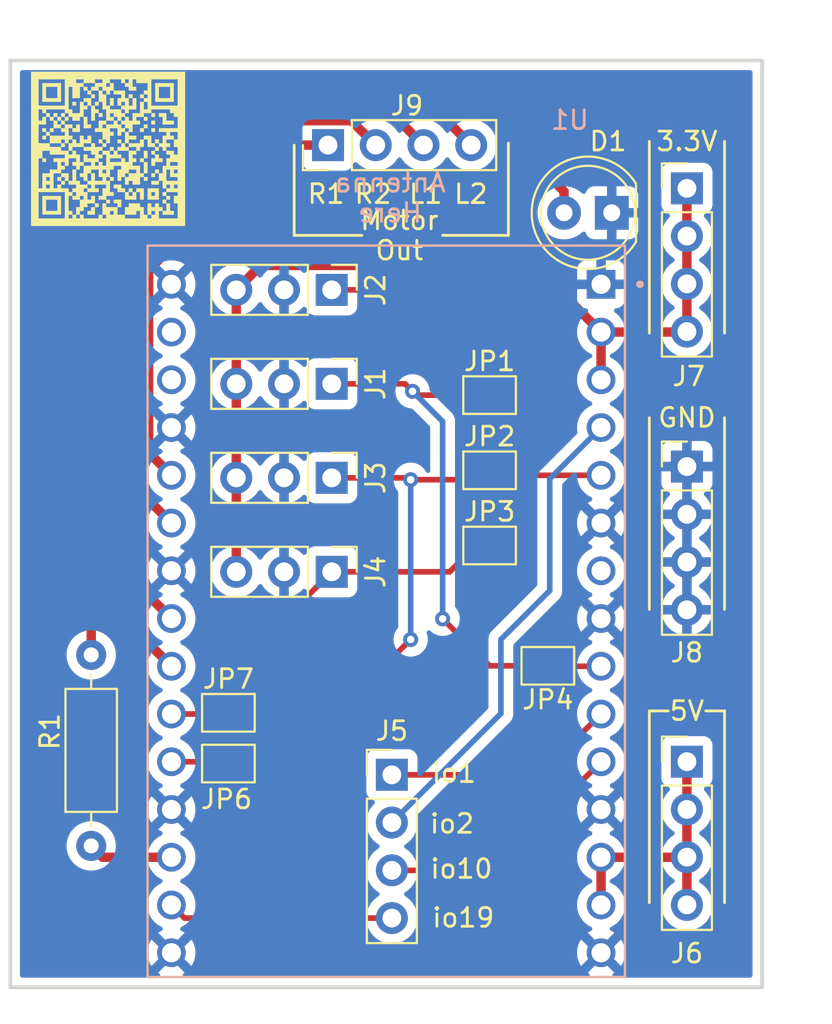
<source format=kicad_pcb>
(kicad_pcb (version 20211014) (generator pcbnew)
  (layers (0 "F.Cu" signal) (31 "B.Cu" signal) (34 "B.Paste" user) (35 "F.Paste" user) (36 "B.SilkS" user "B.Silkscreen") (37 "F.SilkS" user "F.Silkscreen") (38 "B.Mask" user) (39 "F.Mask" user) (44 "Edge.Cuts" user))
  (net 0 "")
  (net 1 "Net-(J5-Pad1)")
  (net 2 "Net-(D1-Pad2)")
  (net 3 "Net-(J1-Pad1)")
  (net 4 "GND")
  (net 5 "+3V3")
  (net 6 "Net-(J3-Pad1)")
  (net 7 "Net-(J4-Pad1)")
  (net 8 "Net-(J5-Pad2)")
  (net 9 "Net-(J5-Pad3)")
  (net 10 "Net-(J5-Pad4)")
  (net 11 "+5V")
  (net 12 "Net-(J9-Pad1)")
  (net 13 "Net-(J9-Pad2)")
  (net 14 "Net-(J9-Pad3)")
  (net 15 "Net-(J9-Pad4)")
  (net 16 "Net-(J2-Pad1)")
  (net 17 "Net-(JP4-Pad1)")
  (net 18 "Net-(JP6-Pad1)")
  (net 19 "Net-(JP7-Pad1)")
  (net 23 "Net-(U1-Pad18)")
  (footprint "Connector_PinHeader_2.54mm:PinHeader_1x04_P2.54mm_Vertical" (layer "F.Cu") (at 236 92.3)
    (fp_text reference "J8")
    (fp_text value "Conn_01x04_Female")
  )
  (footprint "Connector_PinHeader_2.54mm:PinHeader_1x03_P2.54mm_Vertical" (layer "F.Cu") (at 217.1 82.9 -90)
    (fp_text reference "J2")
    (fp_text value "Conn_01x03_Female")
  )
  (footprint "Connector_PinHeader_2.54mm:PinHeader_1x03_P2.54mm_Vertical" (layer "F.Cu") (at 217.1 92.9 -90)
    (fp_text reference "J3")
    (fp_text value "Conn_01x03_Female")
  )
  (footprint "Resistor_THT:R_Axial_DIN0207_L6.3mm_D2.5mm_P10.16mm_Horizontal" (layer "F.Cu") (at 204.3 102.32 -90)
    (fp_text reference "R1")
    (fp_text value "R")
  )
  (footprint "Jumper:SolderJumper-2_P1.3mm_Bridged_Pad1.0x1.5mm" (layer "F.Cu") (at 228.6 102.9 180)
    (fp_text reference "JP4")
    (fp_text value "SolderJumper_2_Open")
  )
  (footprint "Connector_PinHeader_2.54mm:PinHeader_1x03_P2.54mm_Vertical" (layer "F.Cu") (at 217.1 97.9 -90)
    (fp_text reference "J4")
    (fp_text value "Conn_01x03_Female")
  )
  (footprint "Connector_PinHeader_2.54mm:PinHeader_1x03_P2.54mm_Vertical" (layer "F.Cu") (at 217.1 87.9 -90)
    (fp_text reference "J1")
    (fp_text value "Conn_01x03_Female")
  )
  (footprint "Connector_PinHeader_2.54mm:PinHeader_1x04_P2.54mm_Vertical" (layer "F.Cu") (at 236 108)
    (fp_text reference "J6")
    (fp_text value "Conn_01x04_Female")
  )
  (footprint "Connector_PinHeader_2.54mm:PinHeader_1x04_P2.54mm_Vertical" (layer "F.Cu") (at 236 77.5)
    (fp_text reference "J7")
    (fp_text value "Conn_01x04_Female")
  )
  (footprint "Jumper:SolderJumper-2_P1.3mm_Open_TrianglePad1.0x1.5mm" (layer "F.Cu") (at 225.5 92.5)
    (fp_text reference "JP2")
    (fp_text value "SolderJumper_2_Open")
  )
  (footprint "Jumper:SolderJumper-2_P1.3mm_Bridged_Pad1.0x1.5mm" (layer "F.Cu") (at 211.6 105.4)
    (fp_text reference "JP7")
    (fp_text value "SolderJumper_2_Open")
  )
  (footprint "Connector_PinHeader_2.54mm:PinHeader_1x04_P2.54mm_Vertical" (layer "F.Cu") (at 216.9 75.2 90)
    (fp_text reference "J9")
    (fp_text value "Conn_01x04_Female")
  )
  (footprint "Jumper:SolderJumper-2_P1.3mm_Open_TrianglePad1.0x1.5mm" (layer "F.Cu") (at 225.5 96.5)
    (fp_text reference "JP3")
    (fp_text value "SolderJumper_2_Open")
  )
  (footprint "Jumper:SolderJumper-2_P1.3mm_Open_TrianglePad1.0x1.5mm" (layer "F.Cu") (at 225.5 88.5)
    (fp_text reference "JP1")
    (fp_text value "SolderJumper_2_Open")
  )
  (footprint "Jumper:SolderJumper-2_P1.3mm_Bridged_Pad1.0x1.5mm" (layer "F.Cu") (at 211.6 108.1)
    (fp_text reference "JP6")
    (fp_text value "SolderJumper_2_Open")
  )
  (footprint "LED_THT:LED_D5.0mm_IRGrey" (layer "F.Cu") (at 232 78.8 180)
    (fp_text reference "D1")
    (fp_text value "SFH4546")
  )
  (footprint "Connector_PinHeader_2.54mm:PinHeader_1x04_P2.54mm_Vertical" (layer "F.Cu") (at 220.3 108.7)
    (fp_text reference "J5")
    (fp_text value "Conn_01x04_Female")
  )
  (footprint "esp32:XCVR_ESP32-C3-DEVKITM-1" (layer "B.Cu") (at 220 100 180)
    (fp_text reference "U1")
    (fp_text value "ESP32-C3-DEVKITM-1")
  )
  (gr_poly (pts (xy 207.099975 78.100175) (xy 206.89995 78.100175) (xy 206.89995 77.700125) (xy 206.699925 77.700125) (xy 206.699925 77.5001) (xy 207.099975 77.5001)) (layer "F.SilkS") (width 0.0054) (fill solid))
  (gr_line (start 202.689424 71.909401) (end 202.689424 72.889524) (layer "F.SilkS") (width 0.014001))
  (gr_line (start 208.690173 72.889524) (end 208.690173 72.889524) (layer "F.SilkS") (width 0.014001))
  (gr_poly (pts (xy 201.899325 76.099925) (xy 201.6993 76.099925) (xy 201.6993 75.8999) (xy 201.899325 75.8999)) (layer "F.SilkS") (width 0.0054) (fill solid))
  (gr_line (start 238 89.7) (end 238 99.9) (layer "F.SilkS") (width 0.15))
  (gr_line (start 215.1 80) (end 215.1 75.2) (layer "F.SilkS") (width 0.15))
  (gr_poly (pts (xy 204.49965 78.900275) (xy 204.0996 78.900275) (xy 204.0996 78.700249) (xy 204.299625 78.700249) (xy 204.299625 78.500225) (xy 204.49965 78.500225)) (layer "F.SilkS") (width 0.0054) (fill solid))
  (gr_poly (pts (xy 205.899825 78.500225) (xy 205.6998 78.500225) (xy 205.6998 78.3002) (xy 205.499775 78.3002) (xy 205.499775 78.100175) (xy 205.899825 78.100175)) (layer "F.SilkS") (width 0.0054) (fill solid))
  (gr_line (start 207.710051 72.889524) (end 207.710051 71.909401) (layer "F.SilkS") (width 0.014001))
  (gr_line (start 201.709301 77.910151) (end 202.689424 77.910151) (layer "F.SilkS") (width 0.014001))
  (gr_poly (pts (xy 208.300125 73.89965) (xy 208.700175 73.89965) (xy 208.700175 74.099675) (xy 208.1001 74.099675) (xy 208.1001 73.699625) (xy 207.900075 73.699625) (xy 207.900075 73.4996) (xy 208.300125 73.4996)) (layer "F.SilkS") (width 0.0054) (fill solid))
  (gr_line (start 223 80) (end 226.5 80) (layer "F.SilkS") (width 0.15))
  (gr_line (start 207.710051 71.909401) (end 208.690173 71.909401) (layer "F.SilkS") (width 0.014001))
  (gr_poly (pts (xy 205.899825 75.0998) (xy 205.6998 75.0998) (xy 205.6998 74.899775) (xy 205.899825 74.899775)) (layer "F.SilkS") (width 0.0054) (fill solid))
  (gr_line (start 226.5 80) (end 226.5 75.1) (layer "F.SilkS") (width 0.15))
  (gr_poly (pts (xy 207.900075 77.300075) (xy 207.500025 77.300075) (xy 207.500025 77.10005) (xy 207.900075 77.10005)) (layer "F.SilkS") (width 0.0054) (fill solid))
  (gr_line (start 208.690173 71.909401) (end 208.690173 72.889524) (layer "F.SilkS") (width 0.014001))
  (gr_line (start 202.689424 71.909401) (end 202.689424 71.909401) (layer "F.SilkS") (width 0.014001))
  (gr_poly (pts (xy 205.899825 77.5001) (xy 206.09985 77.5001) (xy 206.09985 77.700125) (xy 205.6998 77.700125) (xy 205.6998 77.5001) (xy 205.499775 77.5001) (xy 205.499775 77.300075) (xy 205.899825 77.300075)) (layer "F.SilkS") (width 0.0054) (fill solid))
  (gr_line (start 202.689424 77.910151) (end 202.689424 78.890273) (layer "F.SilkS") (width 0.014001))
  (gr_line (start 202.689424 72.889524) (end 201.709301 72.889524) (layer "F.SilkS") (width 0.014001))
  (gr_poly (pts (xy 207.900075 76.7) (xy 207.70005 76.7) (xy 207.70005 76.499975) (xy 207.900075 76.499975)) (layer "F.SilkS") (width 0.0054) (fill solid))
  (gr_poly (pts (xy 203.499525 73.09955) (xy 203.2995 73.09955) (xy 203.2995 72.899525) (xy 203.499525 72.899525)) (layer "F.SilkS") (width 0.0054) (fill solid))
  (gr_line (start 202.689424 78.890273) (end 202.689424 78.890273) (layer "F.SilkS") (width 0.014001))
  (gr_poly (pts (xy 207.3 76.7) (xy 207.099975 76.7) (xy 207.099975 76.099925) (xy 207.3 76.099925)) (layer "F.SilkS") (width 0.0054) (fill solid))
  (gr_line (start 234 75) (end 234 85.2) (layer "F.SilkS") (width 0.15))
  (gr_poly (pts (xy 207.70005 74.499725) (xy 207.500025 74.499725) (xy 207.500025 74.2997) (xy 207.70005 74.2997)) (layer "F.SilkS") (width 0.0054) (fill solid))
  (gr_poly (pts (xy 204.0996 74.099675) (xy 204.299625 74.099675) (xy 204.299625 74.2997) (xy 203.899575 74.2997) (xy 203.899575 73.699625) (xy 204.0996 73.699625)) (layer "F.SilkS") (width 0.0054) (fill solid))
  (gr_poly (pts (xy 206.699925 77.700125) (xy 206.699925 78.100175) (xy 206.09985 78.100175) (xy 206.09985 77.90015) (xy 206.299875 77.90015) (xy 206.4999 77.90015) (xy 206.4999 77.700125) (xy 206.299875 77.700125) (xy 206.299875 77.90015) (xy 206.09985 77.90015) (xy 206.09985 77.700125) (xy 206.299875 77.700125) (xy 206.299875 77.5001) (xy 206.4999 77.5001) (xy 206.4999 77.700125)) (layer "F.SilkS") (width 0.0054) (fill solid))
  (gr_line (start 201.709301 78.890273) (end 201.709301 78.890273) (layer "F.SilkS") (width 0.014001))
  (gr_poly (pts (xy 202.689424 78.890273) (xy 201.709301 78.890273) (xy 201.709301 78.700249) (xy 201.899325 78.700249) (xy 202.4994 78.700249) (xy 202.4994 78.100175) (xy 201.899325 78.100175) (xy 201.899325 78.700249) (xy 201.709301 78.700249) (xy 201.709301 77.910151) (xy 202.689424 77.910151)) (layer "F.SilkS") (width 0.0054) (fill solid))
  (gr_poly (pts (xy 207.70005 73.699625) (xy 207.500025 73.699625) (xy 207.500025 73.4996) (xy 207.70005 73.4996)) (layer "F.SilkS") (width 0.0054) (fill solid))
  (gr_poly (pts (xy 207.099975 76.099925) (xy 206.89995 76.099925) (xy 206.89995 75.8999) (xy 207.099975 75.8999)) (layer "F.SilkS") (width 0.0054) (fill solid))
  (gr_line (start 235 105.3) (end 234 105.3) (layer "F.SilkS") (width 0.15))
  (gr_poly (pts (xy 203.69955 74.499725) (xy 203.2995 74.499725) (xy 203.2995 74.2997) (xy 203.499525 74.2997) (xy 203.499525 74.099675) (xy 203.69955 74.099675)) (layer "F.SilkS") (width 0.0054) (fill solid))
  (gr_poly (pts (xy 204.699675 78.500225) (xy 204.49965 78.500225) (xy 204.49965 78.3002) (xy 204.699675 78.3002)) (layer "F.SilkS") (width 0.0054) (fill solid))
  (gr_poly (pts (xy 209.300249 79.500349) (xy 201.099225 79.500349) (xy 201.099225 79.1003) (xy 201.499275 79.1003) (xy 202.89945 79.1003) (xy 203.099475 79.1003) (xy 203.2995 79.1003) (xy 203.499525 79.1003) (xy 203.69955 79.1003) (xy 203.69955 78.900275) (xy 203.899575 78.900275) (xy 203.899575 79.1003) (xy 204.699675 79.1003) (xy 204.8997 79.1003) (xy 205.099725 79.1003) (xy 206.09985 79.1003) (xy 206.89995 79.1003) (xy 207.3 79.1003) (xy 207.500025 79.1003) (xy 207.900075 79.1003) (xy 208.9002 79.1003) (xy 208.9002 78.3002) (xy 208.700175 78.3002) (xy 208.700175 77.90015) (xy 208.9002 77.90015) (xy 208.9002 77.700125) (xy 208.300125 77.700125) (xy 208.300125 77.90015) (xy 208.500149 77.90015) (xy 208.500149 78.100175) (xy 208.300125 78.100175) (xy 208.300125 78.3002) (xy 208.500149 78.3002) (xy 208.500149 78.700249) (xy 208.700175 78.700249) (xy 208.700175 78.900275) (xy 208.1001 78.900275) (xy 208.1001 78.700249) (xy 207.900075 78.700249) (xy 207.900075 79.1003) (xy 207.500025 79.1003) (xy 207.500025 78.900275) (xy 207.70005 78.900275) (xy 207.70005 78.700249) (xy 207.500025 78.700249) (xy 207.500025 78.900275) (xy 207.3 78.900275) (xy 207.3 79.1003) (xy 206.89995 79.1003) (xy 206.89995 78.700249) (xy 206.699925 78.700249) (xy 206.699925 78.900275) (xy 206.09985 78.900275) (xy 206.09985 79.1003) (xy 205.099725 79.1003) (xy 205.099725 78.900275) (xy 205.29975 78.900275) (xy 205.499775 78.900275) (xy 205.499775 78.700249) (xy 205.29975 78.700249) (xy 205.29975 78.900275) (xy 205.099725 78.900275) (xy 204.8997 78.900275) (xy 204.8997 79.1003) (xy 204.699675 79.1003) (xy 204.699675 78.900275) (xy 204.8997 78.900275) (xy 204.8997 78.500225) (xy 205.099725 78.500225) (xy 205.6998 78.500225) (xy 205.6998 78.900275) (xy 206.09985 78.900275) (xy 206.09985 78.500225) (xy 206.299875 78.500225) (xy 206.299875 78.3002) (xy 206.89995 78.3002) (xy 206.89995 78.500225) (xy 207.099975 78.500225) (xy 207.099975 78.900275) (xy 207.3 78.900275) (xy 207.3 78.3002) (xy 207.500025 78.3002) (xy 207.500025 78.500225) (xy 207.70005 78.500225) (xy 207.70005 78.3002) (xy 207.900075 78.3002) (xy 207.900075 78.500225) (xy 208.1001 78.500225) (xy 208.1001 78.700249) (xy 208.300125 78.700249) (xy 208.300125 78.3002) (xy 208.1001 78.3002) (xy 208.1001 78.100175) (xy 208.300125 78.100175) (xy 208.300125 77.90015) (xy 208.1001 77.90015) (xy 208.1001 77.700125) (xy 208.300125 77.700125) (xy 208.300125 77.5001) (xy 208.500149 77.5001) (xy 208.700175 77.5001) (xy 208.9002 77.5001) (xy 208.9002 77.300075) (xy 208.700175 77.300075) (xy 208.700175 77.5001) (xy 208.500149 77.5001) (xy 208.500149 77.300075) (xy 208.300125 77.300075) (xy 208.300125 77.5001) (xy 208.1001 77.5001) (xy 208.1001 77.10005) (xy 208.300125 77.10005) (xy 208.9002 77.10005) (xy 208.9002 76.900025) (xy 208.500149 76.900025) (xy 208.500149 76.7) (xy 208.700175 76.7) (xy 208.9002 76.7) (xy 208.9002 76.499975) (xy 208.700175 76.499975) (xy 208.700175 76.7) (xy 208.500149 76.7) (xy 208.500149 76.499975) (xy 208.300125 76.499975) (xy 208.300125 77.10005) (xy 208.1001 77.10005) (xy 207.900075 77.10005) (xy 207.900075 76.7) (xy 208.1001 76.7) (xy 208.1001 76.29995) (xy 208.300125 76.29995) (xy 208.500149 76.29995) (xy 208.9002 76.29995) (xy 208.9002 76.099925) (xy 208.500149 76.099925) (xy 208.500149 76.29995) (xy 208.300125 76.29995) (xy 208.300125 75.8999) (xy 208.500149 75.8999) (xy 208.500149 75.699875) (xy 208.300125 75.699875) (xy 208.300125 75.49985) (xy 208.700175 75.49985) (xy 208.700175 75.699875) (xy 208.9002 75.699875) (xy 208.9002 75.299825) (xy 208.700175 75.299825) (xy 208.700175 74.899775) (xy 208.300125 74.899775) (xy 208.300125 75.0998) (xy 208.500149 75.0998) (xy 208.500149 75.299825) (xy 208.300125 75.299825) (xy 208.300125 75.49985) (xy 208.1001 75.49985) (xy 208.1001 75.299825) (xy 207.900075 75.299825) (xy 207.900075 75.49985) (xy 207.70005 75.49985) (xy 207.70005 75.299825) (xy 207.900075 75.299825) (xy 207.900075 75.0998) (xy 207.70005 75.0998) (xy 207.70005 75.299825) (xy 207.3 75.299825) (xy 207.3 74.899775) (xy 207.099975 74.899775) (xy 207.099975 75.299825) (xy 206.89995 75.299825) (xy 206.89995 75.49985) (xy 206.699925 75.49985) (xy 206.699925 75.699875) (xy 206.4999 75.699875) (xy 206.4999 75.8999) (xy 206.699925 75.8999) (xy 206.699925 76.099925) (xy 206.4999 76.099925) (xy 206.4999 76.29995) (xy 206.89995 76.29995) (xy 206.89995 76.7) (xy 207.099975 76.7) (xy 207.099975 76.900025) (xy 206.89995 76.900025) (xy 206.89995 77.300075) (xy 206.4999 77.300075) (xy 206.4999 77.10005) (xy 206.299875 77.10005) (xy 206.299875 77.300075) (xy 206.09985 77.300075) (xy 206.09985 76.900025) (xy 206.299875 76.900025) (xy 206.299875 76.7) (xy 206.699925 76.7) (xy 206.699925 76.499975) (xy 206.299875 76.499975) (xy 206.299875 76.7) (xy 206.09985 76.7) (xy 206.09985 76.900025) (xy 205.899825 76.900025) (xy 205.899825 77.10005) (xy 205.6998 77.10005) (xy 205.6998 76.499975) (xy 205.899825 76.499975) (xy 205.899825 76.29995) (xy 205.499775 76.29995) (xy 205.499775 76.499975) (xy 205.29975 76.499975) (xy 205.29975 76.900025) (xy 205.499775 76.900025) (xy 205.499775 77.10005) (xy 205.29975 77.10005) (xy 205.29975 77.700125) (xy 205.499775 77.700125) (xy 205.499775 77.90015) (xy 205.099725 77.90015) (xy 205.099725 78.100175) (xy 205.29975 78.100175) (xy 205.29975 78.3002) (xy 205.099725 78.3002) (xy 205.099725 78.500225) (xy 204.8997 78.500225) (xy 204.8997 78.3002) (xy 205.099725 78.3002) (xy 205.099725 78.100175) (xy 204.699675 78.100175) (xy 204.699675 77.90015) (xy 204.8997 77.90015) (xy 204.8997 77.5001) (xy 205.099725 77.5001) (xy 205.099725 77.300075) (xy 204.49965 77.300075) (xy 204.49965 77.5001) (xy 204.699675 77.5001) (xy 204.699675 77.700125) (xy 204.0996 77.700125) (xy 204.0996 78.100175) (xy 204.299625 78.100175) (xy 204.299625 77.90015) (xy 204.49965 77.90015) (xy 204.49965 78.3002) (xy 204.0996 78.3002) (xy 204.0996 78.500225) (xy 203.899575 78.500225) (xy 203.899575 78.700249) (xy 203.69955 78.700249) (xy 203.69955 78.900275) (xy 203.499525 78.900275) (xy 203.499525 79.1003) (xy 203.2995 79.1003) (xy 203.2995 78.900275) (xy 203.099475 78.900275) (xy 203.099475 79.1003) (xy 202.89945 79.1003) (xy 202.89945 78.700249) (xy 203.099475 78.700249) (xy 203.2995 78.700249) (xy 203.2995 78.900275) (xy 203.499525 78.900275) (xy 203.499525 78.500225) (xy 203.69955 78.500225) (xy 203.69955 78.100175) (xy 203.899575 78.100175) (xy 203.899575 77.90015) (xy 203.69955 77.90015) (xy 203.69955 78.100175) (xy 203.2995 78.100175) (xy 203.2995 77.90015) (xy 203.499525 77.90015) (xy 203.499525 77.700125) (xy 203.899575 77.700125) (xy 204.0996 77.700125) (xy 204.0996 77.5001) (xy 204.299625 77.5001) (xy 204.299625 77.300075) (xy 204.0996 77.300075) (xy 204.0996 77.5001) (xy 203.899575 77.5001) (xy 203.899575 77.700125) (xy 203.499525 77.700125) (xy 203.2995 77.700125) (xy 203.2995 77.90015) (xy 203.099475 77.90015) (xy 203.099475 78.700249) (xy 202.89945 78.700249) (xy 202.89945 77.700125) (xy 201.499275 77.700125) (xy 201.499275 79.1003) (xy 201.099225 79.1003) (xy 201.099225 77.5001) (xy 201.499275 77.5001) (xy 201.6993 77.5001) (xy 201.899325 77.5001) (xy 202.09935 77.5001) (xy 202.299375 77.5001) (xy 202.4994 77.5001) (xy 202.699425 77.5001) (xy 203.099475 77.5001) (xy 203.099475 77.700125) (xy 203.2995 77.700125) (xy 203.2995 77.5001) (xy 203.499525 77.5001) (xy 203.499525 77.300075) (xy 203.099475 77.300075) (xy 203.099475 77.10005) (xy 202.89945 77.10005) (xy 202.89945 77.300075) (xy 202.699425 77.300075) (xy 202.699425 77.5001) (xy 202.4994 77.5001) (xy 202.4994 77.300075) (xy 202.699425 77.300075) (xy 202.699425 77.10005) (xy 202.89945 77.10005) (xy 202.89945 76.900025) (xy 202.699425 76.900025) (xy 202.699425 77.10005) (xy 202.4994 77.10005) (xy 202.4994 76.900025) (xy 202.699425 76.900025) (xy 202.699425 76.7) (xy 203.099475 76.7) (xy 203.099475 77.10005) (xy 203.2995 77.10005) (xy 203.499525 77.10005) (xy 203.69955 77.10005) (xy 203.69955 77.300075) (xy 204.0996 77.300075) (xy 204.0996 77.10005) (xy 204.299625 77.10005) (xy 204.299625 76.7) (xy 204.49965 76.7) (xy 204.49965 77.10005) (xy 204.8997 77.10005) (xy 205.099725 77.10005) (xy 205.29975 77.10005) (xy 205.29975 76.900025) (xy 205.099725 76.900025) (xy 205.099725 77.10005) (xy 204.8997 77.10005) (xy 204.8997 76.900025) (xy 204.699675 76.900025) (xy 204.699675 76.7) (xy 204.8997 76.7) (xy 205.099725 76.7) (xy 205.099725 76.499975) (xy 204.8997 76.499975) (xy 204.8997 76.7) (xy 204.699675 76.7) (xy 204.699675 76.499975) (xy 204.299625 76.499975) (xy 204.299625 76.7) (xy 204.0996 76.7) (xy 204.0996 77.10005) (xy 203.899575 77.10005) (xy 203.899575 76.900025) (xy 203.69955 76.900025) (xy 203.69955 76.7) (xy 203.899575 76.7) (xy 203.899575 76.29995) (xy 204.299625 76.29995) (xy 204.49965 76.29995) (xy 204.699675 76.29995) (xy 204.699675 76.099925) (xy 204.8997 76.099925) (xy 204.8997 76.29995) (xy 205.099725 76.29995) (xy 205.099725 76.099925) (xy 205.29975 76.099925) (xy 205.899825 76.099925) (xy 205.899825 75.8999) (xy 205.29975 75.8999) (xy 205.29975 76.099925) (xy 205.099725 76.099925) (xy 205.099725 75.699875) (xy 205.29975 75.699875) (xy 205.499775 75.699875) (xy 205.6998 75.699875) (xy 205.899825 75.699875) (xy 205.899825 75.8999) (xy 206.09985 75.8999) (xy 206.09985 76.099925) (xy 206.299875 76.099925) (xy 206.299875 75.49985) (xy 206.699925 75.49985) (xy 206.699925 75.299825) (xy 206.299875 75.299825) (xy 206.299875 75.49985) (xy 205.6998 75.49985) (xy 205.6998 75.699875) (xy 205.499775 75.699875) (xy 205.499775 75.49985) (xy 205.29975 75.49985) (xy 205.29975 75.699875) (xy 205.099725 75.699875) (xy 204.8997 75.699875) (xy 204.8997 75.8999) (xy 204.699675 75.8999) (xy 204.699675 76.099925) (xy 204.49965 76.099925) (xy 204.49965 76.29995) (xy 204.299625 76.29995) (xy 204.299625 76.099925) (xy 203.899575 76.099925) (xy 203.899575 76.29995) (xy 203.69955 76.29995) (xy 203.69955 76.499975) (xy 203.499525 76.499975) (xy 203.499525 77.10005) (xy 203.2995 77.10005) (xy 203.2995 76.499975) (xy 203.499525 76.499975) (xy 203.499525 76.29995) (xy 203.2995 76.29995) (xy 203.2995 76.099925) (xy 203.499525 76.099925) (xy 203.499525 75.8999) (xy 203.099475 75.8999) (xy 203.099475 76.29995) (xy 202.89945 76.29995) (xy 202.89945 76.499975) (xy 202.699425 76.499975) (xy 202.699425 76.7) (xy 202.299375 76.7) (xy 202.299375 77.5001) (xy 202.09935 77.5001) (xy 202.09935 77.300075) (xy 201.899325 77.300075) (xy 201.899325 77.5001) (xy 201.6993 77.5001) (xy 201.6993 77.10005) (xy 201.899325 77.10005) (xy 202.09935 77.10005) (xy 202.09935 76.900025) (xy 201.899325 76.900025) (xy 201.899325 77.10005) (xy 201.6993 77.10005) (xy 201.6993 76.7) (xy 202.09935 76.7) (xy 202.09935 76.499975) (xy 202.4994 76.499975) (xy 202.4994 76.29995) (xy 202.699425 76.29995) (xy 202.89945 76.29995) (xy 202.89945 76.099925) (xy 202.699425 76.099925) (xy 202.699425 76.29995) (xy 202.4994 76.29995) (xy 202.4994 76.099925) (xy 202.299375 76.099925) (xy 202.299375 75.8999) (xy 202.89945 75.8999) (xy 202.89945 75.699875) (xy 203.099475 75.699875) (xy 203.2995 75.699875) (xy 203.2995 75.49985) (xy 203.499525 75.49985) (xy 203.499525 75.699875) (xy 203.69955 75.699875) (xy 203.69955 76.099925) (xy 203.899575 76.099925) (xy 203.899575 75.699875) (xy 204.0996 75.699875) (xy 204.0996 75.8999) (xy 204.49965 75.8999) (xy 204.49965 75.699875) (xy 204.699675 75.699875) (xy 204.8997 75.699875) (xy 204.8997 75.49985) (xy 205.29975 75.49985) (xy 205.29975 75.299825) (xy 205.499775 75.299825) (xy 205.499775 75.49985) (xy 205.6998 75.49985) (xy 205.6998 75.299825) (xy 205.899825 75.299825) (xy 206.09985 75.299825) (xy 206.299875 75.299825) (xy 206.299875 75.0998) (xy 206.89995 75.0998) (xy 206.89995 74.899775) (xy 207.099975 74.899775) (xy 207.099975 74.69975) (xy 207.500025 74.69975) (xy 207.500025 75.0998) (xy 207.70005 75.0998) (xy 207.70005 74.899775) (xy 207.900075 74.899775) (xy 207.900075 75.0998) (xy 208.1001 75.0998) (xy 208.1001 74.69975) (xy 208.300125 74.69975) (xy 208.500149 74.69975) (xy 208.700175 74.69975) (xy 208.700175 74.899775) (xy 208.9002 74.899775) (xy 208.9002 74.499725) (xy 208.500149 74.499725) (xy 208.500149 74.69975) (xy 208.300125 74.69975) (xy 208.300125 74.499725) (xy 207.900075 74.499725) (xy 207.900075 74.2997) (xy 208.9002 74.2997) (xy 208.9002 73.699625) (xy 208.700175 73.699625) (xy 208.700175 73.4996) (xy 208.500149 73.4996) (xy 208.500149 73.299575) (xy 207.500025 73.299575) (xy 207.500025 73.4996) (xy 207.099975 73.4996) (xy 207.099975 73.699625) (xy 206.699925 73.699625) (xy 206.699925 73.89965) (xy 206.89995 73.89965) (xy 206.89995 74.099675) (xy 206.4999 74.099675) (xy 206.4999 74.499725) (xy 206.299875 74.499725) (xy 206.299875 74.69975) (xy 206.699925 74.69975) (xy 206.699925 74.899775) (xy 206.299875 74.899775) (xy 206.299875 75.0998) (xy 206.09985 75.0998) (xy 206.09985 75.299825) (xy 205.899825 75.299825) (xy 205.899825 75.0998) (xy 206.09985 75.0998) (xy 206.09985 74.499725) (xy 206.299875 74.499725) (xy 206.299875 74.2997) (xy 206.09985 74.2997) (xy 206.09985 74.499725) (xy 205.899825 74.499725) (xy 205.899825 74.69975) (xy 205.6998 74.69975) (xy 205.6998 74.2997) (xy 205.899825 74.2997) (xy 206.09985 74.2997) (xy 206.09985 74.099675) (xy 205.899825 74.099675) (xy 205.899825 74.2997) (xy 205.6998 74.2997) (xy 205.29975 74.2997) (xy 205.29975 74.499725) (xy 205.499775 74.499725) (xy 205.499775 74.69975) (xy 205.29975 74.69975) (xy 205.29975 75.0998) (xy 205.099725 75.0998) (xy 205.099725 75.299825) (xy 204.8997 75.299825) (xy 204.8997 75.49985) (xy 204.699675 75.49985) (xy 204.699675 75.699875) (xy 204.49965 75.699875) (xy 204.299625 75.699875) (xy 204.299625 75.49985) (xy 203.899575 75.49985) (xy 203.899575 75.299825) (xy 204.299625 75.299825) (xy 204.299625 75.0998) (xy 203.899575 75.0998) (xy 203.899575 75.299825) (xy 203.2995 75.299825) (xy 203.2995 75.49985) (xy 203.099475 75.49985) (xy 203.099475 75.699875) (xy 202.89945 75.699875) (xy 202.09935 75.699875) (xy 202.09935 75.49985) (xy 202.699425 75.49985) (xy 203.099475 75.49985) (xy 203.099475 75.0998) (xy 203.2995 75.0998) (xy 203.2995 74.899775) (xy 203.099475 74.899775) (xy 203.099475 75.0998) (xy 202.89945 75.0998) (xy 202.89945 75.299825) (xy 202.699425 75.299825) (xy 202.699425 75.49985) (xy 202.09935 75.49985) (xy 201.6993 75.49985) (xy 201.6993 75.8999) (xy 201.499275 75.8999) (xy 201.499275 77.5001) (xy 201.099225 77.5001) (xy 201.099225 75.299825) (xy 202.09935 75.299825) (xy 202.699425 75.299825) (xy 202.699425 75.0998) (xy 202.89945 75.0998) (xy 202.89945 74.899775) (xy 202.699425 74.899775) (xy 202.699425 75.0998) (xy 202.09935 75.0998) (xy 202.09935 75.299825) (xy 201.099225 75.299825) (xy 201.099225 75.0998) (xy 201.499275 75.0998) (xy 202.09935 75.0998) (xy 202.09935 74.69975) (xy 202.89945 74.69975) (xy 202.89945 74.499725) (xy 202.699425 74.499725) (xy 202.699425 74.2997) (xy 202.89945 74.2997) (xy 202.89945 74.099675) (xy 203.2995 74.099675) (xy 203.2995 74.2997) (xy 203.099475 74.2997) (xy 203.099475 74.69975) (xy 203.2995 74.69975) (xy 203.2995 74.899775) (xy 203.499525 74.899775) (xy 203.499525 75.0998) (xy 203.69955 75.0998) (xy 203.69955 74.69975) (xy 203.899575 74.69975) (xy 203.899575 74.899775) (xy 204.0996 74.899775) (xy 204.0996 74.69975) (xy 204.299625 74.69975) (xy 204.299625 75.0998) (xy 204.49965 75.0998) (xy 204.49965 75.299825) (xy 204.8997 75.299825) (xy 204.8997 75.0998) (xy 205.099725 75.0998) (xy 205.099725 74.899775) (xy 204.8997 74.899775) (xy 204.8997 75.0998) (xy 204.699675 75.0998) (xy 204.699675 74.899775) (xy 204.8997 74.899775) (xy 204.8997 74.499725) (xy 204.49965 74.499725) (xy 204.49965 74.2997) (xy 204.699675 74.2997) (xy 204.8997 74.2997) (xy 205.099725 74.2997) (xy 205.099725 74.099675) (xy 205.499775 74.099675) (xy 205.6998 74.099675) (xy 205.899825 74.099675) (xy 205.899825 73.89965) (xy 206.09985 73.89965) (xy 206.09985 73.699625) (xy 205.899825 73.699625) (xy 205.899825 73.89965) (xy 205.6998 73.89965) (xy 205.6998 74.099675) (xy 205.499775 74.099675) (xy 205.499775 73.89965) (xy 205.6998 73.89965) (xy 205.6998 73.699625) (xy 205.499775 73.699625) (xy 205.499775 73.89965) (xy 205.099725 73.89965) (xy 205.099725 74.099675) (xy 204.8997 74.099675) (xy 204.8997 74.2997) (xy 204.699675 74.2997) (xy 204.699675 73.89965) (xy 205.099725 73.89965) (xy 205.099725 73.699625) (xy 205.29975 73.699625) (xy 205.499775 73.699625) (xy 205.499775 73.4996) (xy 205.899825 73.4996) (xy 206.09985 73.4996) (xy 206.09985 73.299575) (xy 205.899825 73.299575) (xy 205.899825 73.4996) (xy 205.499775 73.4996) (xy 205.29975 73.4996) (xy 205.29975 73.699625) (xy 205.099725 73.699625) (xy 205.099725 73.299575) (xy 204.8997 73.299575) (xy 204.8997 73.09955) (xy 205.099725 73.09955) (xy 205.29975 73.09955) (xy 205.29975 73.299575) (xy 205.899825 73.299575) (xy 205.899825 73.09955) (xy 206.09985 73.09955) (xy 206.299875 73.09955) (xy 206.4999 73.09955) (xy 206.4999 72.6995) (xy 206.299875 72.6995) (xy 206.299875 73.09955) (xy 206.09985 73.09955) (xy 206.09985 72.899525) (xy 205.899825 72.899525) (xy 205.899825 73.09955) (xy 205.6998 73.09955) (xy 205.6998 72.6995) (xy 205.899825 72.6995) (xy 205.899825 72.499475) (xy 205.499775 72.499475) (xy 205.499775 72.29945) (xy 205.29975 72.29945) (xy 205.29975 72.499475) (xy 205.099725 72.499475) (xy 205.099725 73.09955) (xy 204.8997 73.09955) (xy 204.8997 72.899525) (xy 204.699675 72.899525) (xy 204.699675 73.09955) (xy 204.49965 73.09955) (xy 204.49965 73.299575) (xy 204.699675 73.299575) (xy 204.699675 73.4996) (xy 204.49965 73.4996) (xy 204.49965 73.89965) (xy 204.299625 73.89965) (xy 204.299625 73.09955) (xy 204.49965 73.09955) (xy 204.49965 72.899525) (xy 204.699675 72.899525) (xy 204.699675 72.499475) (xy 204.8997 72.499475) (xy 205.099725 72.499475) (xy 205.099725 72.29945) (xy 204.8997 72.29945) (xy 204.8997 72.499475) (xy 204.699675 72.499475) (xy 204.699675 72.29945) (xy 204.8997 72.29945) (xy 204.8997 72.099425) (xy 205.099725 72.099425) (xy 205.29975 72.099425) (xy 205.29975 71.8994) (xy 205.499775 71.8994) (xy 205.499775 72.29945) (xy 206.09985 72.29945) (xy 206.09985 72.6995) (xy 206.299875 72.6995) (xy 206.299875 72.499475) (xy 206.4999 72.499475) (xy 206.4999 72.6995) (xy 206.699925 72.6995) (xy 206.699925 73.299575) (xy 206.299875 73.299575) (xy 206.299875 73.4996) (xy 206.09985 73.4996) (xy 206.09985 73.699625) (xy 206.299875 73.699625) (xy 206.299875 73.89965) (xy 206.4999 73.89965) (xy 206.4999 73.4996) (xy 206.89995 73.4996) (xy 206.89995 73.299575) (xy 207.099975 73.299575) (xy 207.3 73.299575) (xy 207.3 73.09955) (xy 207.500025 73.09955) (xy 208.9002 73.09955) (xy 208.9002 71.699375) (xy 207.500025 71.699375) (xy 207.500025 73.09955) (xy 207.3 73.09955) (xy 207.3 72.899525) (xy 207.099975 72.899525) (xy 207.099975 73.299575) (xy 206.89995 73.299575) (xy 206.89995 72.899525) (xy 207.099975 72.899525) (xy 207.099975 72.6995) (xy 207.3 72.6995) (xy 207.3 72.499475) (xy 207.099975 72.499475) (xy 207.099975 72.6995) (xy 206.89995 72.6995) (xy 206.89995 72.499475) (xy 207.099975 72.499475) (xy 207.099975 72.29945) (xy 207.3 72.29945) (xy 207.3 71.8994) (xy 206.699925 71.8994) (xy 206.699925 71.699375) (xy 206.4999 71.699375) (xy 206.4999 72.099425) (xy 206.699925 72.099425) (xy 206.699925 72.29945) (xy 206.299875 72.29945) (xy 206.299875 72.099425) (xy 206.09985 72.099425) (xy 206.09985 71.8994) (xy 206.299875 71.8994) (xy 206.299875 71.699375) (xy 206.09985 71.699375) (xy 206.09985 71.8994) (xy 205.899825 71.8994) (xy 205.899825 71.699375) (xy 205.29975 71.699375) (xy 205.29975 71.8994) (xy 205.099725 71.8994) (xy 205.099725 72.099425) (xy 204.8997 72.099425) (xy 204.699675 72.099425) (xy 204.699675 72.29945) (xy 204.299625 72.29945) (xy 204.299625 72.499475) (xy 204.49965 72.499475) (xy 204.49965 72.6995) (xy 204.299625 72.6995) (xy 204.299625 73.09955) (xy 204.0996 73.09955) (xy 204.0996 73.299575) (xy 203.899575 73.299575) (xy 203.899575 73.699625) (xy 203.69955 73.699625) (xy 203.69955 73.89965) (xy 203.2995 73.89965) (xy 203.2995 73.699625) (xy 203.099475 73.699625) (xy 203.099475 73.89965) (xy 202.89945 73.89965) (xy 202.89945 74.099675) (xy 202.699425 74.099675) (xy 202.699425 74.2997) (xy 202.299375 74.2997) (xy 202.299375 74.499725) (xy 202.09935 74.499725) (xy 202.09935 74.69975) (xy 201.899325 74.69975) (xy 201.899325 74.499725) (xy 202.09935 74.499725) (xy 202.09935 74.2997) (xy 202.299375 74.2997) (xy 202.299375 74.099675) (xy 202.4994 74.099675) (xy 202.699425 74.099675) (xy 202.699425 73.89965) (xy 202.89945 73.89965) (xy 202.89945 73.699625) (xy 203.099475 73.699625) (xy 203.099475 73.4996) (xy 202.89945 73.4996) (xy 202.89945 73.699625) (xy 202.699425 73.699625) (xy 202.699425 73.89965) (xy 202.4994 73.89965) (xy 202.4994 74.099675) (xy 202.299375 74.099675) (xy 202.299375 73.89965) (xy 202.4994 73.89965) (xy 202.4994 73.699625) (xy 202.299375 73.699625) (xy 202.299375 73.89965) (xy 202.09935 73.89965) (xy 202.09935 73.699625) (xy 201.899325 73.699625) (xy 201.899325 74.099675) (xy 201.499275 74.099675) (xy 201.499275 75.0998) (xy 201.099225 75.0998) (xy 201.099225 73.89965) (xy 201.499275 73.89965) (xy 201.6993 73.89965) (xy 201.6993 73.699625) (xy 201.899325 73.699625) (xy 201.899325 73.4996) (xy 202.09935 73.4996) (xy 202.09935 73.699625) (xy 202.299375 73.699625) (xy 202.299375 73.4996) (xy 202.4994 73.4996) (xy 202.4994 73.699625) (xy 202.699425 73.699625) (xy 202.699425 73.4996) (xy 202.89945 73.4996) (xy 202.89945 73.299575) (xy 203.099475 73.299575) (xy 203.2995 73.299575) (xy 203.2995 73.4996) (xy 203.69955 73.4996) (xy 203.69955 73.09955) (xy 203.899575 73.09955) (xy 204.0996 73.09955) (xy 204.0996 72.899525) (xy 203.899575 72.899525) (xy 203.899575 73.09955) (xy 203.69955 73.09955) (xy 203.69955 72.899525) (xy 203.899575 72.899525) (xy 203.899575 72.6995) (xy 204.299625 72.6995) (xy 204.299625 72.499475) (xy 204.0996 72.499475) (xy 204.0996 72.29945) (xy 203.899575 72.29945) (xy 203.899575 72.099425) (xy 204.0996 72.099425) (xy 204.0996 72.29945) (xy 204.299625 72.29945) (xy 204.299625 72.099425) (xy 204.49965 72.099425) (xy 204.49965 71.8994) (xy 204.8997 71.8994) (xy 204.8997 71.699375) (xy 204.49965 71.699375) (xy 204.49965 71.8994) (xy 203.899575 71.8994) (xy 203.899575 72.099425) (xy 203.69955 72.099425) (xy 203.69955 72.6995) (xy 203.2995 72.6995) (xy 203.2995 72.099425) (xy 203.099475 72.099425) (xy 203.099475 73.299575) (xy 202.89945 73.299575) (xy 201.899325 73.299575) (xy 201.899325 73.4996) (xy 201.6993 73.4996) (xy 201.6993 73.299575) (xy 201.499275 73.299575) (xy 201.499275 73.89965) (xy 201.099225 73.89965) (xy 201.099225 73.09955) (xy 201.499275 73.09955) (xy 202.89945 73.09955) (xy 202.89945 71.8994) (xy 203.499525 71.8994) (xy 203.899575 71.8994) (xy 203.899575 71.699375) (xy 203.499525 71.699375) (xy 203.499525 71.8994) (xy 202.89945 71.8994) (xy 202.89945 71.699375) (xy 201.499275 71.699375) (xy 201.499275 73.09955) (xy 201.099225 73.09955) (xy 201.099225 71.299325) (xy 209.300249 71.299325)) (layer "F.SilkS") (width 0.0054) (fill solid))
  (gr_poly (pts (xy 207.70005 74.099675) (xy 207.500025 74.099675) (xy 207.500025 73.89965) (xy 207.70005 73.89965)) (layer "F.SilkS") (width 0.0054) (fill solid))
  (gr_line (start 208.690173 71.909401) (end 208.690173 71.909401) (layer "F.SilkS") (width 0.014001))
  (gr_poly (pts (xy 201.899325 74.499725) (xy 201.6993 74.499725) (xy 201.6993 74.2997) (xy 201.899325 74.2997)) (layer "F.SilkS") (width 0.0054) (fill solid))
  (gr_line (start 207.710051 72.889524) (end 207.710051 72.889524) (layer "F.SilkS") (width 0.014001))
  (gr_poly (pts (xy 207.3 77.10005) (xy 207.099975 77.10005) (xy 207.099975 76.900025) (xy 207.3 76.900025)) (layer "F.SilkS") (width 0.0054) (fill solid))
  (gr_poly (pts (xy 204.8997 73.699625) (xy 204.699675 73.699625) (xy 204.699675 73.4996) (xy 204.8997 73.4996)) (layer "F.SilkS") (width 0.0054) (fill solid))
  (gr_poly (pts (xy 207.3 74.2997) (xy 207.099975 74.2997) (xy 207.099975 74.099675) (xy 207.3 74.099675)) (layer "F.SilkS") (width 0.0054) (fill solid))
  (gr_poly (pts (xy 207.3 73.89965) (xy 207.099975 73.89965) (xy 207.099975 73.699625) (xy 207.3 73.699625)) (layer "F.SilkS") (width 0.0054) (fill solid))
  (gr_poly (pts (xy 205.499775 73.09955) (xy 205.29975 73.09955) (xy 205.29975 72.6995) (xy 205.499775 72.6995)) (layer "F.SilkS") (width 0.0054) (fill solid))
  (gr_poly (pts (xy 207.900075 75.8999) (xy 208.1001 75.8999) (xy 208.1001 76.099925) (xy 207.70005 76.099925) (xy 207.70005 76.29995) (xy 207.500025 76.29995) (xy 207.500025 75.8999) (xy 207.70005 75.8999) (xy 207.70005 75.699875) (xy 207.900075 75.699875)) (layer "F.SilkS") (width 0.0054) (fill solid))
  (gr_line (start 201.709301 71.909401) (end 202.689424 71.909401) (layer "F.SilkS") (width 0.014001))
  (gr_poly (pts (xy 207.099975 74.499725) (xy 206.89995 74.499725) (xy 206.89995 74.2997) (xy 207.099975 74.2997)) (layer "F.SilkS") (width 0.0054) (fill solid))
  (gr_poly (pts (xy 207.70005 75.699875) (xy 207.500025 75.699875) (xy 207.500025 75.49985) (xy 207.70005 75.49985)) (layer "F.SilkS") (width 0.0054) (fill solid))
  (gr_line (start 201.709301 72.889524) (end 201.709301 72.889524) (layer "F.SilkS") (width 0.014001))
  (gr_line (start 208.690173 72.889524) (end 207.710051 72.889524) (layer "F.SilkS") (width 0.014001))
  (gr_line (start 238 105.3) (end 238 115.5) (layer "F.SilkS") (width 0.15))
  (gr_line (start 238 75) (end 238 85.2) (layer "F.SilkS") (width 0.15))
  (gr_line (start 202.689424 77.910151) (end 202.689424 77.910151) (layer "F.SilkS") (width 0.014001))
  (gr_line (start 218.7 80) (end 215.1 80) (layer "F.SilkS") (width 0.15))
  (gr_poly (pts (xy 207.70005 76.900025) (xy 207.500025 76.900025) (xy 207.500025 76.7) (xy 207.70005 76.7)) (layer "F.SilkS") (width 0.0054) (fill solid))
  (gr_line (start 237 105.3) (end 238 105.3) (layer "F.SilkS") (width 0.15))
  (gr_line (start 234 89.7) (end 234 99.9) (layer "F.SilkS") (width 0.15))
  (gr_poly (pts (xy 207.900075 78.100175) (xy 207.3 78.100175) (xy 207.3 77.90015) (xy 207.500025 77.90015) (xy 207.70005 77.90015) (xy 207.70005 77.700125) (xy 207.500025 77.700125) (xy 207.500025 77.90015) (xy 207.3 77.90015) (xy 207.3 77.5001) (xy 207.900075 77.5001)) (layer "F.SilkS") (width 0.0054) (fill solid))
  (gr_line (start 234 105.3) (end 234 115.5) (layer "F.SilkS") (width 0.15))
  (gr_line (start 202.689424 72.889524) (end 202.689424 72.889524) (layer "F.SilkS") (width 0.014001))
  (gr_poly (pts (xy 207.3 75.8999) (xy 207.099975 75.8999) (xy 207.099975 75.49985) (xy 207.3 75.49985)) (layer "F.SilkS") (width 0.0054) (fill solid))
  (gr_line (start 202.689424 78.890273) (end 201.709301 78.890273) (layer "F.SilkS") (width 0.014001))
  (gr_line (start 201.709301 78.890273) (end 201.709301 77.910151) (layer "F.SilkS") (width 0.014001))
  (gr_poly (pts (xy 208.690173 72.889524) (xy 207.710051 72.889524) (xy 207.710051 72.6995) (xy 207.900075 72.6995) (xy 208.500149 72.6995) (xy 208.500149 72.099425) (xy 207.900075 72.099425) (xy 207.900075 72.6995) (xy 207.710051 72.6995) (xy 207.710051 71.909401) (xy 208.690173 71.909401)) (layer "F.SilkS") (width 0.0054) (fill solid))
  (gr_line (start 201.709301 72.889524) (end 201.709301 71.909401) (layer "F.SilkS") (width 0.014001))
  (gr_poly (pts (xy 202.689424 72.889524) (xy 201.709301 72.889524) (xy 201.709301 72.6995) (xy 201.899325 72.6995) (xy 202.4994 72.6995) (xy 202.4994 72.099425) (xy 201.899325 72.099425) (xy 201.899325 72.6995) (xy 201.709301 72.6995) (xy 201.709301 71.909401) (xy 202.689424 71.909401)) (layer "F.SilkS") (width 0.0054) (fill solid))
  (gr_poly (pts (xy 201.899325 74.899775) (xy 201.6993 74.899775) (xy 201.6993 74.69975) (xy 201.899325 74.69975)) (layer "F.SilkS") (width 0.0054) (fill solid))
  (gr_rect (start 200 70.7) (end 240 120) (layer "Edge.Cuts") (width 0.2) (fill none))
  (gr_text "Antenna\nHere" (at 220.2 78) (layer "B.SilkS") (effects (font (size 1 1)) (justify mirror)))
  (gr_text "Motor\nOut" (at 220.7 80) (layer "F.SilkS") (effects (font (size 1 1))))
  (gr_text "R2" (at 219.3 77.8) (layer "F.SilkS") (effects (font (size 1 1))))
  (gr_text "R1" (at 216.8 77.8) (layer "F.SilkS") (effects (font (size 1 1))))
  (gr_text "io1" (at 223.6 108.6) (layer "F.SilkS") (effects (font (size 1 1))))
  (gr_text "io10" (at 224 113.7) (layer "F.SilkS") (effects (font (size 1 1))))
  (gr_text "L2" (at 224.5 77.8) (layer "F.SilkS") (effects (font (size 1 1))))
  (gr_text "L1" (at 222.1 77.8) (layer "F.SilkS") (effects (font (size 1 1))))
  (gr_text "io19" (at 224.1 116.3) (layer "F.SilkS") (effects (font (size 1 1))))
  (gr_text "GND" (at 236 89.7) (layer "F.SilkS") (effects (font (size 1 1))))
  (gr_text "3.3V\n" (at 236 75) (layer "F.SilkS") (effects (font (size 1 1))))
  (gr_text "5V" (at 236 105.3) (layer "F.SilkS") (effects (font (size 1 1))))
  (gr_text "io2" (at 223.5 111.3) (layer "F.SilkS") (effects (font (size 1 1))))
  (segment (start 220.3 108.7) (end 228.195 108.7) (width 0.3) (layer "F.Cu") (net 1))
  (segment (start 228.195 108.7) (end 231.43 105.465) (width 0.3) (layer "F.Cu") (net 1))
  (segment (start 204.3 102.32) (end 204.3 80.93219) (width 0.5) (layer "F.Cu") (net 2))
  (segment (start 223.60096 71.80096) (end 229.46 77.66) (width 0.5) (layer "F.Cu") (net 2))
  (segment (start 229.46 77.66) (end 229.46 78.8) (width 0.5) (layer "F.Cu") (net 2))
  (segment (start 204.3 80.93219) (end 213.43123 71.80096) (width 0.5) (layer "F.Cu") (net 2))
  (segment (start 213.43123 71.80096) (end 223.60096 71.80096) (width 0.5) (layer "F.Cu") (net 2))
  (segment (start 221 87.9) (end 221.4 88.3) (width 0.3) (layer "F.Cu") (net 3))
  (segment (start 223 100.4) (end 225.5 102.9) (width 0.3) (layer "F.Cu") (net 3))
  (segment (start 225.5 102.9) (end 227.95 102.9) (width 0.3) (layer "F.Cu") (net 3))
  (segment (start 221 87.9) (end 217.1 87.9) (width 0.3) (layer "F.Cu") (net 3))
  (segment (start 224.775 88.5) (end 221.6 88.5) (width 0.3) (layer "F.Cu") (net 3))
  (segment (start 221.6 88.5) (end 221.4 88.3) (width 0.3) (layer "F.Cu") (net 3))
  (via (at 221.4 88.3) (size 0.8) (drill 0.4) (layers "F.Cu" "B.Cu") (net 3))
  (via (at 223 100.4) (size 0.8) (drill 0.4) (layers "F.Cu" "B.Cu") (net 3))
  (segment (start 221.4 88.3) (end 223 89.9) (width 0.3) (layer "B.Cu") (net 3))
  (segment (start 223 89.9) (end 223 100.4) (width 0.3) (layer "B.Cu") (net 3))
  (segment (start 235.975 85.145) (end 236 85.12) (width 0.5) (layer "F.Cu") (net 5))
  (segment (start 212.02 82.9) (end 213.319511 81.600489) (width 0.5) (layer "F.Cu") (net 5))
  (segment (start 236 80.04) (end 236 82.58) (width 0.5) (layer "F.Cu") (net 5))
  (segment (start 212.02 82.9) (end 212.02 87.9) (width 0.5) (layer "F.Cu") (net 5))
  (segment (start 231.43 87.685) (end 231.43 85.145) (width 0.5) (layer "F.Cu") (net 5))
  (segment (start 227.885489 81.600489) (end 231.43 85.145) (width 0.5) (layer "F.Cu") (net 5))
  (segment (start 213.319511 81.600489) (end 227.885489 81.600489) (width 0.5) (layer "F.Cu") (net 5))
  (segment (start 236 77.5) (end 236 80.04) (width 0.5) (layer "F.Cu") (net 5))
  (segment (start 236 82.58) (end 236 85.12) (width 0.5) (layer "F.Cu") (net 5))
  (segment (start 212.02 87.9) (end 212.02 92.9) (width 0.5) (layer "F.Cu") (net 5))
  (segment (start 231.43 85.145) (end 235.975 85.145) (width 0.5) (layer "F.Cu") (net 5))
  (segment (start 212.02 92.9) (end 212.02 97.9) (width 0.5) (layer "F.Cu") (net 5))
  (segment (start 212.25 108.1) (end 214.7 108.1) (width 0.3) (layer "F.Cu") (net 6))
  (segment (start 214.7 108.1) (end 221.3 101.5) (width 0.3) (layer "F.Cu") (net 6))
  (segment (start 224.275 93) (end 224.775 92.5) (width 0.3) (layer "F.Cu") (net 6))
  (segment (start 224.775 92.5) (end 224.3 92.5) (width 0.3) (layer "F.Cu") (net 6))
  (segment (start 221.3 93) (end 221.2 92.9) (width 0.3) (layer "F.Cu") (net 6))
  (segment (start 224.335 92.665) (end 224.3 92.7) (width 0.25) (layer "F.Cu") (net 6))
  (segment (start 221.3 93) (end 224.275 93) (width 0.3) (layer "F.Cu") (net 6))
  (segment (start 221.2 92.9) (end 217.1 92.9) (width 0.3) (layer "F.Cu") (net 6))
  (via (at 221.3 93) (size 0.8) (drill 0.4) (layers "F.Cu" "B.Cu") (net 6))
  (via (at 221.3 101.5) (size 0.8) (drill 0.4) (layers "F.Cu" "B.Cu") (net 6))
  (segment (start 221.3 101.5) (end 221.3 93) (width 0.3) (layer "B.Cu") (net 6))
  (segment (start 212.25 105.4) (end 212.25 102.75) (width 0.3) (layer "F.Cu") (net 7))
  (segment (start 212.25 102.75) (end 217.1 97.9) (width 0.3) (layer "F.Cu") (net 7))
  (segment (start 223.375 97.9) (end 217.1 97.9) (width 0.3) (layer "F.Cu") (net 7))
  (segment (start 224.775 96.5) (end 223.375 97.9) (width 0.3) (layer "F.Cu") (net 7))
  (segment (start 220.3 111.24) (end 226.1 105.44) (width 0.3) (layer "B.Cu") (net 8))
  (segment (start 228.7 98.9) (end 228.7 92.955) (width 0.3) (layer "B.Cu") (net 8))
  (segment (start 228.7 92.955) (end 231.43 90.225) (width 0.3) (layer "B.Cu") (net 8))
  (segment (start 226.1 101.5) (end 228.7 98.9) (width 0.3) (layer "B.Cu") (net 8))
  (segment (start 226.1 105.44) (end 226.1 101.5) (width 0.3) (layer "B.Cu") (net 8))
  (segment (start 225.655 113.78) (end 231.43 108.005) (width 0.3) (layer "F.Cu") (net 9))
  (segment (start 220.3 113.78) (end 225.655 113.78) (width 0.3) (layer "F.Cu") (net 9))
  (segment (start 220.3 116.32) (end 209.265 116.32) (width 0.3) (layer "F.Cu") (net 10))
  (segment (start 209.265 116.32) (end 208.57 115.625) (width 0.3) (layer "F.Cu") (net 10))
  (segment (start 231.43 113.085) (end 235.995 113.085) (width 0.5) (layer "F.Cu") (net 11))
  (segment (start 236 115.62) (end 236 113.08) (width 0.5) (layer "F.Cu") (net 11))
  (segment (start 236 110.54) (end 236 108) (width 0.5) (layer "F.Cu") (net 11))
  (segment (start 236 113.08) (end 236 110.54) (width 0.5) (layer "F.Cu") (net 11))
  (segment (start 231.43 115.625) (end 231.43 113.085) (width 0.5) (layer "F.Cu") (net 11))
  (segment (start 235.995 113.085) (end 236 113.08) (width 0.5) (layer "F.Cu") (net 11))
  (segment (start 214 75.2) (end 216.9 75.2) (width 0.5) (layer "F.Cu") (net 12))
  (segment (start 207.355489 81.844511) (end 214 75.2) (width 0.5) (layer "F.Cu") (net 12))
  (segment (start 207.355489 91.550489) (end 207.355489 81.844511) (width 0.5) (layer "F.Cu") (net 12))
  (segment (start 208.57 92.765) (end 207.355489 91.550489) (width 0.5) (layer "F.Cu") (net 12))
  (segment (start 206.65597 93.39097) (end 206.65597 81.54403) (width 0.5) (layer "F.Cu") (net 13))
  (segment (start 208.57 95.305) (end 206.65597 93.39097) (width 0.5) (layer "F.Cu") (net 13))
  (segment (start 214.299511 73.900489) (end 218.140489 73.900489) (width 0.5) (layer "F.Cu") (net 13))
  (segment (start 206.65597 81.54403) (end 214.299511 73.900489) (width 0.5) (layer "F.Cu") (net 13))
  (segment (start 218.140489 73.900489) (end 219.44 75.2) (width 0.5) (layer "F.Cu") (net 13))
  (segment (start 219.98 73.2) (end 221.98 75.2) (width 0.5) (layer "F.Cu") (net 14))
  (segment (start 205.95645 97.77145) (end 205.956451 81.254279) (width 0.5) (layer "F.Cu") (net 14))
  (segment (start 208.57 100.385) (end 205.95645 97.77145) (width 0.5) (layer "F.Cu") (net 14))
  (segment (start 205.956451 81.254279) (end 214.01073 73.2) (width 0.5) (layer "F.Cu") (net 14))
  (segment (start 214.01073 73.2) (end 219.98 73.2) (width 0.5) (layer "F.Cu") (net 14))
  (segment (start 205.25693 99.61193) (end 205.25693 92.5) (width 0.5) (layer "F.Cu") (net 15))
  (segment (start 205.256932 80.964528) (end 213.72098 72.50048) (width 0.5) (layer "F.Cu") (net 15))
  (segment (start 221.82048 72.50048) (end 224.52 75.2) (width 0.5) (layer "F.Cu") (net 15))
  (segment (start 208.57 102.925) (end 205.25693 99.61193) (width 0.5) (layer "F.Cu") (net 15))
  (segment (start 205.25693 92.5) (end 205.256932 80.964528) (width 0.5) (layer "F.Cu") (net 15))
  (segment (start 213.72098 72.50048) (end 221.82048 72.50048) (width 0.5) (layer "F.Cu") (net 15))
  (segment (start 226.225 92.5) (end 226.225 96.5) (width 0.3) (layer "F.Cu") (net 16))
  (segment (start 226.225 92.5) (end 226.225 88.5) (width 0.3) (layer "F.Cu") (net 16))
  (segment (start 226.225 84.825) (end 226.225 88.5) (width 0.3) (layer "F.Cu") (net 16))
  (segment (start 217.1 82.9) (end 224.3 82.9) (width 0.3) (layer "F.Cu") (net 16))
  (segment (start 226.49 92.765) (end 226.225 92.5) (width 0.3) (layer "F.Cu") (net 16))
  (segment (start 224.3 82.9) (end 226.225 84.825) (width 0.3) (layer "F.Cu") (net 16))
  (segment (start 231.43 92.765) (end 226.49 92.765) (width 0.3) (layer "F.Cu") (net 16))
  (segment (start 229.275 102.925) (end 229.25 102.9) (width 0.3) (layer "F.Cu") (net 17))
  (segment (start 231.43 102.925) (end 229.275 102.925) (width 0.3) (layer "F.Cu") (net 17))
  (segment (start 208.57 108.005) (end 210.855 108.005) (width 0.3) (layer "F.Cu") (net 18))
  (segment (start 210.855 108.005) (end 210.95 108.1) (width 0.3) (layer "F.Cu") (net 18))
  (segment (start 210.885 105.465) (end 210.95 105.4) (width 0.3) (layer "F.Cu") (net 19))
  (segment (start 208.57 105.465) (end 210.885 105.465) (width 0.3) (layer "F.Cu") (net 19))
  (segment (start 208.57 113.085) (end 204.905 113.085) (width 0.5) (layer "F.Cu") (net 23))
  (segment (start 204.905 113.085) (end 204.3 112.48) (width 0.5) (layer "F.Cu") (net 23))
  (zone (net 4) (net_name "GND") (layer "B.Cu") (connect_pads (clearance 0.508)) (min_thickness 0.254) (fill yes (thermal_gap 0.508) (thermal_bridge_width 0.508))
    (polygon (pts (xy 240.3 70.3) (xy 240.5 120.1) (xy 199.9 120.3) (xy 199.6 72.3) (xy 199.447242 70.08394)))
  )
)
</source>
